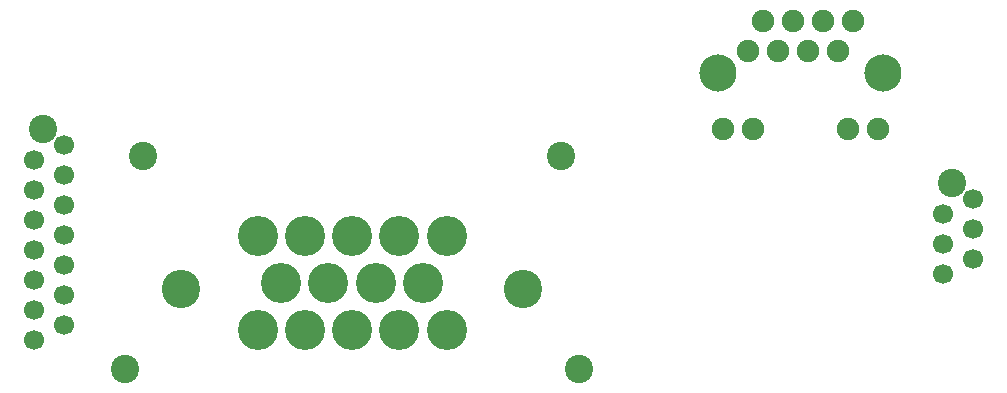
<source format=gbr>
G04 #@! TF.FileFunction,Soldermask,Top*
%FSLAX46Y46*%
G04 Gerber Fmt 4.6, Leading zero omitted, Abs format (unit mm)*
G04 Created by KiCad (PCBNEW 4.0.7-e2-6376~58~ubuntu16.04.1) date Mon Feb 19 20:22:25 2018*
%MOMM*%
%LPD*%
G01*
G04 APERTURE LIST*
%ADD10C,0.100000*%
%ADD11C,1.700000*%
%ADD12C,2.400000*%
%ADD13C,3.250000*%
%ADD14C,3.400000*%
%ADD15C,1.900000*%
%ADD16C,3.150000*%
G04 APERTURE END LIST*
D10*
D11*
X102362000Y-80391000D03*
X102362000Y-77851000D03*
X102362000Y-75311000D03*
X102362000Y-82931000D03*
X99822000Y-76581000D03*
X99822000Y-79121000D03*
X99822000Y-81661000D03*
X99822000Y-84201000D03*
X102362000Y-85471000D03*
X99822000Y-86741000D03*
X102362000Y-88011000D03*
X99822000Y-89281000D03*
X102362000Y-90551000D03*
X99822000Y-91821000D03*
D12*
X100562000Y-73911000D03*
D13*
X141196000Y-87495000D03*
D12*
X145946000Y-94295000D03*
X107546000Y-94295000D03*
X144446000Y-76195000D03*
X109046000Y-76195000D03*
D14*
X122746000Y-90995000D03*
X126746000Y-90995000D03*
X130746000Y-90995000D03*
X134746000Y-90995000D03*
X124746000Y-86995000D03*
X128746000Y-86995000D03*
X132746000Y-86995000D03*
X130746000Y-82995000D03*
X134746000Y-82995000D03*
X126746000Y-82995000D03*
X122746000Y-82995000D03*
X118746000Y-90995000D03*
X120746000Y-86995000D03*
X118746000Y-82995000D03*
D13*
X112246000Y-87495000D03*
D11*
X179324000Y-84963000D03*
X179324000Y-82423000D03*
X179324000Y-79883000D03*
X176784000Y-81153000D03*
X176784000Y-83693000D03*
X176784000Y-86233000D03*
D12*
X177524000Y-78483000D03*
D15*
X158174000Y-73940000D03*
X160714000Y-73940000D03*
X171274000Y-73940000D03*
X168734000Y-73940000D03*
X160274000Y-67310000D03*
X162814000Y-67310000D03*
X165354000Y-67310000D03*
X167894000Y-67310000D03*
X161544000Y-64770000D03*
X164084000Y-64770000D03*
X166624000Y-64770000D03*
X169164000Y-64770000D03*
D16*
X157774000Y-69190000D03*
X171674000Y-69190000D03*
M02*

</source>
